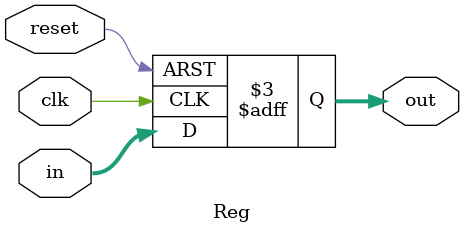
<source format=v>
`timescale 1ns / 1ps
module Reg(clk,reset,in,out);
	 parameter EM = 31;
	 input clk;
	 input reset;
	 input [EM:0] in;
	 output reg [EM:0] out;
    always@(posedge clk or negedge reset)
    begin
        if (~reset) 
		  begin
		  out <= 0;
		  end
		  else begin
		  out <= in;
		  end
    end

endmodule

</source>
